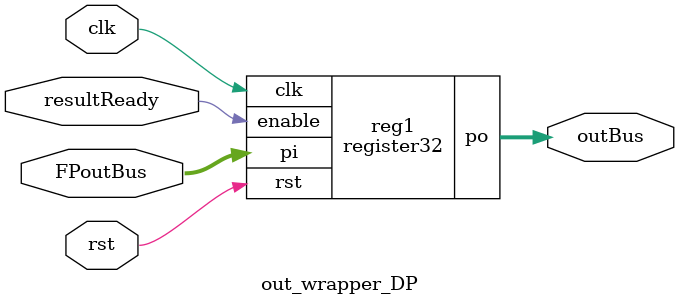
<source format=sv>
module register32 (input [31:0]pi, input clk, rst, enable, output logic[31:0] po);
	always @ (posedge clk, posedge rst)begin
	  if(rst)
	     po <= 32'd0;
	  else
	     po <= enable ? pi : po;
	end
endmodule
module out_wrapper_DP (input clk, rst, resultReady, input[31:0]FPoutBus, output logic [31:0]outBus);
	register32 reg1(FPoutBus, clk, rst, resultReady, outBus);
endmodule

</source>
